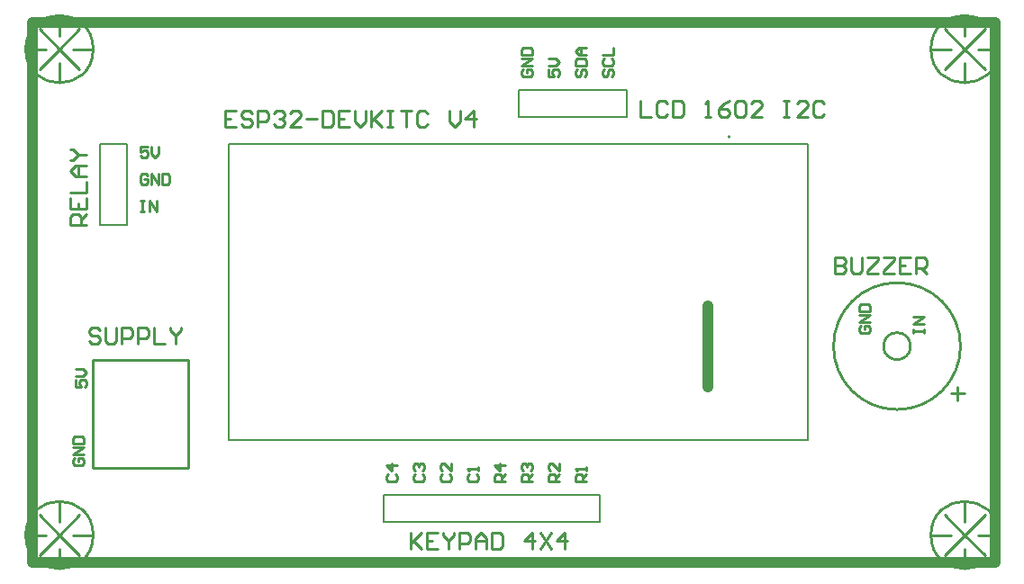
<source format=gto>
G04 Layer_Color=65535*
%FSLAX42Y42*%
%MOMM*%
G71*
G01*
G75*
%ADD15C,1.00*%
%ADD17C,0.20*%
%ADD18C,0.25*%
%ADD19C,0.13*%
D15*
X11303Y6604D02*
Y7366D01*
X14000Y4953D02*
Y10033D01*
X4953D02*
X14000D01*
X4953Y4953D02*
Y10033D01*
Y4953D02*
X14000D01*
D17*
X11511Y8953D02*
G03*
X11511Y8953I-10J0D01*
G01*
X10541Y9144D02*
Y9398D01*
X9525Y9144D02*
X10541D01*
X9525Y9398D02*
X10541D01*
X9525Y9144D02*
Y9398D01*
X5588Y8128D02*
Y8890D01*
Y8128D02*
X5842D01*
Y8890D01*
X5588D02*
X5842D01*
X10287Y5334D02*
Y5588D01*
X8255Y5334D02*
X10287D01*
X8255D02*
Y5588D01*
X10287D01*
D18*
X5524Y9779D02*
G03*
X5524Y9779I-317J0D01*
G01*
X14034D02*
G03*
X14034Y9779I-317J0D01*
G01*
Y5207D02*
G03*
X14034Y5207I-317J0D01*
G01*
X5524D02*
G03*
X5524Y5207I-317J0D01*
G01*
X13208Y6985D02*
G03*
X13208Y6985I-127J0D01*
G01*
X13678D02*
G03*
X13678Y6985I-597J0D01*
G01*
X5524Y6858D02*
X6414D01*
X5524Y5842D02*
X6414D01*
X5524D02*
Y6858D01*
X6414Y5842D02*
Y6858D01*
X5207Y9461D02*
Y9652D01*
X5334Y9779D02*
X5524D01*
X5207Y9906D02*
Y10096D01*
X4890Y9779D02*
X5080D01*
X5207D02*
X5397Y9969D01*
X5207Y9779D02*
X5397Y9589D01*
X5017Y9969D02*
X5207Y9779D01*
X5017Y9589D02*
X5207Y9779D01*
X13716Y9461D02*
Y9652D01*
X13843Y9779D02*
X14034D01*
X13716Y9906D02*
Y10096D01*
X13399Y9779D02*
X13589D01*
X13716D02*
X13907Y9969D01*
X13716Y9779D02*
X13907Y9589D01*
X13526Y9969D02*
X13716Y9779D01*
X13526Y9589D02*
X13716Y9779D01*
Y4890D02*
Y5080D01*
X13843Y5207D02*
X14034D01*
X13716Y5334D02*
Y5524D01*
X13399Y5207D02*
X13589D01*
X13716D02*
X13907Y5397D01*
X13716Y5207D02*
X13907Y5017D01*
X13526Y5397D02*
X13716Y5207D01*
X13526Y5017D02*
X13716Y5207D01*
X5207Y4890D02*
Y5080D01*
X5334Y5207D02*
X5524D01*
X5207Y5334D02*
Y5524D01*
X4890Y5207D02*
X5080D01*
X5207D02*
X5397Y5397D01*
X5207Y5207D02*
X5397Y5017D01*
X5017Y5397D02*
X5207Y5207D01*
X5017Y5017D02*
X5207Y5207D01*
X13589Y6540D02*
X13716D01*
X13652Y6477D02*
Y6604D01*
X5588Y7137D02*
X5563Y7163D01*
X5512D01*
X5486Y7137D01*
Y7112D01*
X5512Y7087D01*
X5563D01*
X5588Y7061D01*
Y7036D01*
X5563Y7010D01*
X5512D01*
X5486Y7036D01*
X5639Y7163D02*
Y7036D01*
X5664Y7010D01*
X5715D01*
X5740Y7036D01*
Y7163D01*
X5791Y7010D02*
Y7163D01*
X5867D01*
X5893Y7137D01*
Y7087D01*
X5867Y7061D01*
X5791D01*
X5943Y7010D02*
Y7163D01*
X6020D01*
X6045Y7137D01*
Y7087D01*
X6020Y7061D01*
X5943D01*
X6096Y7163D02*
Y7010D01*
X6197D01*
X6248Y7163D02*
Y7137D01*
X6299Y7087D01*
X6350Y7137D01*
Y7163D01*
X6299Y7087D02*
Y7010D01*
X5352Y5934D02*
X5336Y5917D01*
Y5884D01*
X5352Y5867D01*
X5419D01*
X5436Y5884D01*
Y5917D01*
X5419Y5934D01*
X5386D01*
Y5901D01*
X5436Y5967D02*
X5336D01*
X5436Y6034D01*
X5336D01*
Y6067D02*
X5436D01*
Y6117D01*
X5419Y6134D01*
X5352D01*
X5336Y6117D01*
Y6067D01*
X6863Y9202D02*
X6761D01*
Y9050D01*
X6863D01*
X6761Y9126D02*
X6812D01*
X7015Y9177D02*
X6990Y9202D01*
X6939D01*
X6914Y9177D01*
Y9152D01*
X6939Y9126D01*
X6990D01*
X7015Y9101D01*
Y9075D01*
X6990Y9050D01*
X6939D01*
X6914Y9075D01*
X7066Y9050D02*
Y9202D01*
X7142D01*
X7168Y9177D01*
Y9126D01*
X7142Y9101D01*
X7066D01*
X7219Y9177D02*
X7244Y9202D01*
X7295D01*
X7320Y9177D01*
Y9152D01*
X7295Y9126D01*
X7269D01*
X7295D01*
X7320Y9101D01*
Y9075D01*
X7295Y9050D01*
X7244D01*
X7219Y9075D01*
X7472Y9050D02*
X7371D01*
X7472Y9152D01*
Y9177D01*
X7447Y9202D01*
X7396D01*
X7371Y9177D01*
X7523Y9126D02*
X7625D01*
X7676Y9202D02*
Y9050D01*
X7752D01*
X7777Y9075D01*
Y9177D01*
X7752Y9202D01*
X7676D01*
X7930D02*
X7828D01*
Y9050D01*
X7930D01*
X7828Y9126D02*
X7879D01*
X7980Y9202D02*
Y9101D01*
X8031Y9050D01*
X8082Y9101D01*
Y9202D01*
X8133D02*
Y9050D01*
Y9101D01*
X8234Y9202D01*
X8158Y9126D01*
X8234Y9050D01*
X8285Y9202D02*
X8336D01*
X8310D01*
Y9050D01*
X8285D01*
X8336D01*
X8412Y9202D02*
X8514D01*
X8463D01*
Y9050D01*
X8666Y9177D02*
X8640Y9202D01*
X8590D01*
X8564Y9177D01*
Y9075D01*
X8590Y9050D01*
X8640D01*
X8666Y9075D01*
X8869Y9202D02*
Y9101D01*
X8920Y9050D01*
X8971Y9101D01*
Y9202D01*
X9098Y9050D02*
Y9202D01*
X9021Y9126D01*
X9123D01*
X5461Y8128D02*
X5309D01*
Y8204D01*
X5334Y8230D01*
X5385D01*
X5410Y8204D01*
Y8128D01*
Y8179D02*
X5461Y8230D01*
X5309Y8382D02*
Y8280D01*
X5461D01*
Y8382D01*
X5385Y8280D02*
Y8331D01*
X5309Y8433D02*
X5461D01*
Y8534D01*
Y8585D02*
X5359D01*
X5309Y8636D01*
X5359Y8687D01*
X5461D01*
X5385D01*
Y8585D01*
X5309Y8737D02*
X5334D01*
X5385Y8788D01*
X5334Y8839D01*
X5309D01*
X5385Y8788D02*
X5461D01*
X5361Y6671D02*
Y6604D01*
X5411D01*
X5394Y6637D01*
Y6654D01*
X5411Y6671D01*
X5444D01*
X5461Y6654D01*
Y6621D01*
X5444Y6604D01*
X5361Y6704D02*
X5428D01*
X5461Y6737D01*
X5428Y6771D01*
X5361D01*
X10668Y9296D02*
Y9144D01*
X10770D01*
X10922Y9271D02*
X10897Y9296D01*
X10846D01*
X10820Y9271D01*
Y9169D01*
X10846Y9144D01*
X10897D01*
X10922Y9169D01*
X10973Y9296D02*
Y9144D01*
X11049D01*
X11074Y9169D01*
Y9271D01*
X11049Y9296D01*
X10973D01*
X11277Y9144D02*
X11328D01*
X11303D01*
Y9296D01*
X11277Y9271D01*
X11506Y9296D02*
X11455Y9271D01*
X11404Y9220D01*
Y9169D01*
X11430Y9144D01*
X11481D01*
X11506Y9169D01*
Y9195D01*
X11481Y9220D01*
X11404D01*
X11557Y9271D02*
X11582Y9296D01*
X11633D01*
X11658Y9271D01*
Y9169D01*
X11633Y9144D01*
X11582D01*
X11557Y9169D01*
Y9271D01*
X11811Y9144D02*
X11709D01*
X11811Y9246D01*
Y9271D01*
X11785Y9296D01*
X11734D01*
X11709Y9271D01*
X12014Y9296D02*
X12065D01*
X12039D01*
Y9144D01*
X12014D01*
X12065D01*
X12242D02*
X12141D01*
X12242Y9246D01*
Y9271D01*
X12217Y9296D01*
X12166D01*
X12141Y9271D01*
X12395D02*
X12369Y9296D01*
X12318D01*
X12293Y9271D01*
Y9169D01*
X12318Y9144D01*
X12369D01*
X12395Y9169D01*
X8509Y5232D02*
Y5080D01*
Y5131D01*
X8611Y5232D01*
X8534Y5156D01*
X8611Y5080D01*
X8763Y5232D02*
X8661D01*
Y5080D01*
X8763D01*
X8661Y5156D02*
X8712D01*
X8814Y5232D02*
Y5207D01*
X8864Y5156D01*
X8915Y5207D01*
Y5232D01*
X8864Y5156D02*
Y5080D01*
X8966D02*
Y5232D01*
X9042D01*
X9068Y5207D01*
Y5156D01*
X9042Y5131D01*
X8966D01*
X9118Y5080D02*
Y5182D01*
X9169Y5232D01*
X9220Y5182D01*
Y5080D01*
Y5156D01*
X9118D01*
X9271Y5232D02*
Y5080D01*
X9347D01*
X9372Y5105D01*
Y5207D01*
X9347Y5232D01*
X9271D01*
X9652Y5080D02*
Y5232D01*
X9575Y5156D01*
X9677D01*
X9728Y5232D02*
X9829Y5080D01*
Y5232D02*
X9728Y5080D01*
X9956D02*
Y5232D01*
X9880Y5156D01*
X9982D01*
X12497Y7823D02*
Y7671D01*
X12573D01*
X12598Y7696D01*
Y7722D01*
X12573Y7747D01*
X12497D01*
X12573D01*
X12598Y7772D01*
Y7798D01*
X12573Y7823D01*
X12497D01*
X12649D02*
Y7696D01*
X12675Y7671D01*
X12725D01*
X12751Y7696D01*
Y7823D01*
X12802D02*
X12903D01*
Y7798D01*
X12802Y7696D01*
Y7671D01*
X12903D01*
X12954Y7823D02*
X13055D01*
Y7798D01*
X12954Y7696D01*
Y7671D01*
X13055D01*
X13208Y7823D02*
X13106D01*
Y7671D01*
X13208D01*
X13106Y7747D02*
X13157D01*
X13259Y7671D02*
Y7823D01*
X13335D01*
X13360Y7798D01*
Y7747D01*
X13335Y7722D01*
X13259D01*
X13309D02*
X13360Y7671D01*
X13235Y7112D02*
Y7145D01*
Y7129D01*
X13335D01*
Y7112D01*
Y7145D01*
Y7195D02*
X13235D01*
X13335Y7262D01*
X13235D01*
X12744Y7179D02*
X12727Y7162D01*
Y7129D01*
X12744Y7112D01*
X12810D01*
X12827Y7129D01*
Y7162D01*
X12810Y7179D01*
X12777D01*
Y7145D01*
X12827Y7212D02*
X12727D01*
X12827Y7279D01*
X12727D01*
Y7312D02*
X12827D01*
Y7362D01*
X12810Y7379D01*
X12744D01*
X12727Y7362D01*
Y7312D01*
X9906Y5715D02*
X9806D01*
Y5765D01*
X9823Y5782D01*
X9856D01*
X9873Y5765D01*
Y5715D01*
Y5748D02*
X9906Y5782D01*
Y5882D02*
Y5815D01*
X9839Y5882D01*
X9823D01*
X9806Y5865D01*
Y5832D01*
X9823Y5815D01*
X9652Y5715D02*
X9552D01*
Y5765D01*
X9569Y5782D01*
X9602D01*
X9619Y5765D01*
Y5715D01*
Y5748D02*
X9652Y5782D01*
X9569Y5815D02*
X9552Y5832D01*
Y5865D01*
X9569Y5882D01*
X9585D01*
X9602Y5865D01*
Y5848D01*
Y5865D01*
X9619Y5882D01*
X9635D01*
X9652Y5865D01*
Y5832D01*
X9635Y5815D01*
X9398Y5715D02*
X9298D01*
Y5765D01*
X9315Y5782D01*
X9348D01*
X9365Y5765D01*
Y5715D01*
Y5748D02*
X9398Y5782D01*
Y5865D02*
X9298D01*
X9348Y5815D01*
Y5882D01*
X9061Y5782D02*
X9044Y5765D01*
Y5732D01*
X9061Y5715D01*
X9127D01*
X9144Y5732D01*
Y5765D01*
X9127Y5782D01*
X9144Y5815D02*
Y5848D01*
Y5832D01*
X9044D01*
X9061Y5815D01*
X8807Y5782D02*
X8790Y5765D01*
Y5732D01*
X8807Y5715D01*
X8873D01*
X8890Y5732D01*
Y5765D01*
X8873Y5782D01*
X8890Y5882D02*
Y5815D01*
X8823Y5882D01*
X8807D01*
X8790Y5865D01*
Y5832D01*
X8807Y5815D01*
X8553Y5782D02*
X8536Y5765D01*
Y5732D01*
X8553Y5715D01*
X8619D01*
X8636Y5732D01*
Y5765D01*
X8619Y5782D01*
X8553Y5815D02*
X8536Y5832D01*
Y5865D01*
X8553Y5882D01*
X8569D01*
X8586Y5865D01*
Y5848D01*
Y5865D01*
X8603Y5882D01*
X8619D01*
X8636Y5865D01*
Y5832D01*
X8619Y5815D01*
X10331Y9592D02*
X10314Y9575D01*
Y9542D01*
X10331Y9525D01*
X10347D01*
X10364Y9542D01*
Y9575D01*
X10381Y9592D01*
X10397D01*
X10414Y9575D01*
Y9542D01*
X10397Y9525D01*
X10331Y9692D02*
X10314Y9675D01*
Y9642D01*
X10331Y9625D01*
X10397D01*
X10414Y9642D01*
Y9675D01*
X10397Y9692D01*
X10314Y9725D02*
X10414D01*
Y9792D01*
X10077Y9592D02*
X10060Y9575D01*
Y9542D01*
X10077Y9525D01*
X10093D01*
X10110Y9542D01*
Y9575D01*
X10127Y9592D01*
X10143D01*
X10160Y9575D01*
Y9542D01*
X10143Y9525D01*
X10060Y9625D02*
X10160D01*
Y9675D01*
X10143Y9692D01*
X10077D01*
X10060Y9675D01*
Y9625D01*
X10160Y9725D02*
X10093D01*
X10060Y9758D01*
X10093Y9792D01*
X10160D01*
X10110D01*
Y9725D01*
X9806Y9592D02*
Y9525D01*
X9856D01*
X9839Y9558D01*
Y9575D01*
X9856Y9592D01*
X9889D01*
X9906Y9575D01*
Y9542D01*
X9889Y9525D01*
X9806Y9625D02*
X9873D01*
X9906Y9658D01*
X9873Y9692D01*
X9806D01*
X9569Y9592D02*
X9552Y9575D01*
Y9542D01*
X9569Y9525D01*
X9635D01*
X9652Y9542D01*
Y9575D01*
X9635Y9592D01*
X9602D01*
Y9558D01*
X9652Y9625D02*
X9552D01*
X9652Y9692D01*
X9552D01*
Y9725D02*
X9652D01*
Y9775D01*
X9635Y9792D01*
X9569D01*
X9552Y9775D01*
Y9725D01*
X6036Y8592D02*
X6019Y8609D01*
X5986D01*
X5969Y8592D01*
Y8526D01*
X5986Y8509D01*
X6019D01*
X6036Y8526D01*
Y8559D01*
X6002D01*
X6069Y8509D02*
Y8609D01*
X6136Y8509D01*
Y8609D01*
X6169D02*
Y8509D01*
X6219D01*
X6236Y8526D01*
Y8592D01*
X6219Y8609D01*
X6169D01*
X6036Y8863D02*
X5969D01*
Y8813D01*
X6002Y8830D01*
X6019D01*
X6036Y8813D01*
Y8780D01*
X6019Y8763D01*
X5986D01*
X5969Y8780D01*
X6069Y8863D02*
Y8796D01*
X6102Y8763D01*
X6136Y8796D01*
Y8863D01*
X5969Y8355D02*
X6002D01*
X5986D01*
Y8255D01*
X5969D01*
X6002D01*
X6052D02*
Y8355D01*
X6119Y8255D01*
Y8355D01*
X10160Y5715D02*
X10060D01*
Y5765D01*
X10077Y5782D01*
X10110D01*
X10127Y5765D01*
Y5715D01*
Y5748D02*
X10160Y5782D01*
Y5815D02*
Y5848D01*
Y5832D01*
X10060D01*
X10077Y5815D01*
X8299Y5782D02*
X8282Y5765D01*
Y5732D01*
X8299Y5715D01*
X8365D01*
X8382Y5732D01*
Y5765D01*
X8365Y5782D01*
X8382Y5865D02*
X8282D01*
X8332Y5815D01*
Y5882D01*
D19*
X6800Y8888D02*
X12240D01*
Y6098D02*
Y8888D01*
X6800Y6098D02*
X12240D01*
X6800D02*
Y8888D01*
M02*

</source>
